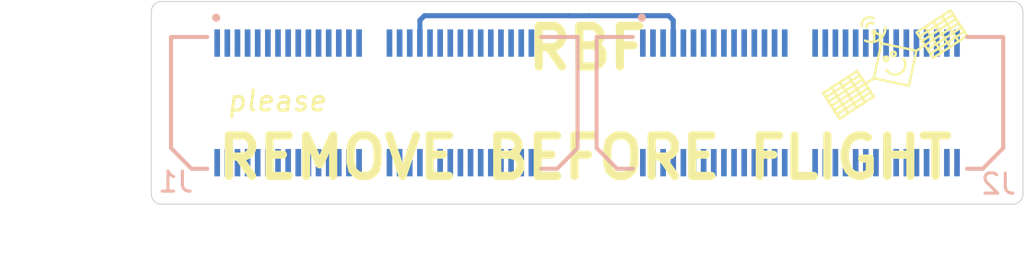
<source format=kicad_pcb>
(kicad_pcb (version 20171130) (host pcbnew "(5.1.9)-1")

  (general
    (thickness 1.6)
    (drawings 65)
    (tracks 6)
    (zones 0)
    (modules 3)
    (nets 117)
  )

  (page A4)
  (layers
    (0 F.Cu signal)
    (31 B.Cu signal)
    (32 B.Adhes user)
    (33 F.Adhes user)
    (34 B.Paste user)
    (35 F.Paste user)
    (36 B.SilkS user)
    (37 F.SilkS user)
    (38 B.Mask user)
    (39 F.Mask user)
    (40 Dwgs.User user)
    (41 Cmts.User user)
    (42 Eco1.User user)
    (43 Eco2.User user)
    (44 Edge.Cuts user)
    (45 Margin user hide)
    (46 B.CrtYd user hide)
    (47 F.CrtYd user hide)
    (48 B.Fab user hide)
    (49 F.Fab user hide)
  )

  (setup
    (last_trace_width 0.25)
    (user_trace_width 0.5)
    (trace_clearance 0.2)
    (zone_clearance 0.508)
    (zone_45_only no)
    (trace_min 0.2)
    (via_size 0.8)
    (via_drill 0.4)
    (via_min_size 0.4)
    (via_min_drill 0.2)
    (user_via 0.5 0.2)
    (uvia_size 0.3)
    (uvia_drill 0.1)
    (uvias_allowed no)
    (uvia_min_size 0.2)
    (uvia_min_drill 0.1)
    (edge_width 0.05)
    (segment_width 0.2)
    (pcb_text_width 0.3)
    (pcb_text_size 1.5 1.5)
    (mod_edge_width 0.12)
    (mod_text_size 1 1)
    (mod_text_width 0.15)
    (pad_size 1.524 1.524)
    (pad_drill 0.762)
    (pad_to_mask_clearance 0)
    (aux_axis_origin 0 0)
    (visible_elements 7FFFFFFF)
    (pcbplotparams
      (layerselection 0x010f0_ffffffff)
      (usegerberextensions true)
      (usegerberattributes false)
      (usegerberadvancedattributes false)
      (creategerberjobfile true)
      (excludeedgelayer true)
      (linewidth 0.100000)
      (plotframeref false)
      (viasonmask false)
      (mode 1)
      (useauxorigin false)
      (hpglpennumber 1)
      (hpglpenspeed 20)
      (hpglpendiameter 15.000000)
      (psnegative false)
      (psa4output false)
      (plotreference true)
      (plotvalue true)
      (plotinvisibletext false)
      (padsonsilk false)
      (subtractmaskfromsilk false)
      (outputformat 1)
      (mirror false)
      (drillshape 0)
      (scaleselection 1)
      (outputdirectory "gerbers/"))
  )

  (net 0 "")
  (net 1 /H2-26)
  (net 2 /H2-25)
  (net 3 /H1-26)
  (net 4 /H1-25)
  (net 5 /H2-24)
  (net 6 /H2-23)
  (net 7 /H1-24)
  (net 8 /H1-23)
  (net 9 /H2-22)
  (net 10 /H2-21)
  (net 11 /H1-22)
  (net 12 /H1-21)
  (net 13 /H2-20)
  (net 14 /H2-19)
  (net 15 /H1-20)
  (net 16 /H1-19)
  (net 17 /H2-18)
  (net 18 /H2-17)
  (net 19 /H1-18)
  (net 20 /H1-17)
  (net 21 /H2-16)
  (net 22 /H2-15)
  (net 23 /H1-16)
  (net 24 /GND)
  (net 25 /H2-14)
  (net 26 /H2-13)
  (net 27 /H1-14)
  (net 28 /H1-13)
  (net 29 /H2-12)
  (net 30 /H2-11)
  (net 31 /H1-12)
  (net 32 /H1-11)
  (net 33 /H2-10)
  (net 34 /H2-9)
  (net 35 /H1-10)
  (net 36 /H1-9)
  (net 37 /H2-8)
  (net 38 /H2-7)
  (net 39 /H1-8)
  (net 40 /H1-7)
  (net 41 /H2-6)
  (net 42 /H2-5)
  (net 43 /H1-6)
  (net 44 /H1-5)
  (net 45 /H2-4)
  (net 46 /H2-3)
  (net 47 /H1-4)
  (net 48 /H1-3)
  (net 49 /H2-2)
  (net 50 /H2-1)
  (net 51 /H1-2)
  (net 52 /H1-1)
  (net 53 /+X_SOLAR_PWR)
  (net 54 /-Z_SOLAR_PWR)
  (net 55 /+X_SOLAR_RTN)
  (net 56 /-Z_SOLAR_RTN)
  (net 57 /+X_SOLAR_TLE)
  (net 58 /-Z_SOLAR_TLE)
  (net 59 /SEP2)
  (net 60 /SEP1)
  (net 61 /SEP4)
  (net 62 /SEP3)
  (net 63 /-X_SOLAR_PWR)
  (net 64 /+Y_SOLAR_PWR)
  (net 65 /-X_SOLAR_RTN)
  (net 66 /+Y_SOLAR_RTN)
  (net 67 /-X_SOLAR_TLE)
  (net 68 /+Y_SOLAR_TLE)
  (net 69 /H2-52)
  (net 70 /H2-51)
  (net 71 /H1-52)
  (net 72 /H1-51)
  (net 73 /H2-50)
  (net 74 /H2-49)
  (net 75 /USER_3)
  (net 76 /USER_2)
  (net 77 /USER_1)
  (net 78 /SELF_TEST)
  (net 79 /H2-46)
  (net 80 /H2-45)
  (net 81 /H1-46)
  (net 82 /H1-45)
  (net 83 /H2-44)
  (net 84 /H2-43)
  (net 85 /H1-44)
  (net 86 /H1-43)
  (net 87 /H2-42)
  (net 88 /H2-41)
  (net 89 /H1-42)
  (net 90 /H1-41)
  (net 91 /H2-40)
  (net 92 /H2-39)
  (net 93 /H1-40)
  (net 94 /H1-39)
  (net 95 /H2-38)
  (net 96 /H2-37)
  (net 97 /H1-38)
  (net 98 /H1-37)
  (net 99 /H2-36)
  (net 100 /H2-35)
  (net 101 /H1-36)
  (net 102 /H1-35)
  (net 103 /H2-34)
  (net 104 /H2-33)
  (net 105 /H1-34)
  (net 106 /H1-33)
  (net 107 /AGND)
  (net 108 /5V_USB)
  (net 109 /H1-31)
  (net 110 /H1-30)
  (net 111 /BUS_RESET)
  (net 112 /H2-28)
  (net 113 /H2-27)
  (net 114 /H1-28)
  (net 115 /H1-27)
  (net 116 /RBF)

  (net_class Default "This is the default net class."
    (clearance 0.2)
    (trace_width 0.25)
    (via_dia 0.8)
    (via_drill 0.4)
    (uvia_dia 0.3)
    (uvia_drill 0.1)
    (add_net /+X_SOLAR_PWR)
    (add_net /+X_SOLAR_RTN)
    (add_net /+X_SOLAR_TLE)
    (add_net /+Y_SOLAR_PWR)
    (add_net /+Y_SOLAR_RTN)
    (add_net /+Y_SOLAR_TLE)
    (add_net /-X_SOLAR_PWR)
    (add_net /-X_SOLAR_RTN)
    (add_net /-X_SOLAR_TLE)
    (add_net /-Z_SOLAR_PWR)
    (add_net /-Z_SOLAR_RTN)
    (add_net /-Z_SOLAR_TLE)
    (add_net /5V_USB)
    (add_net /AGND)
    (add_net /BUS_RESET)
    (add_net /GND)
    (add_net /H1-1)
    (add_net /H1-10)
    (add_net /H1-11)
    (add_net /H1-12)
    (add_net /H1-13)
    (add_net /H1-14)
    (add_net /H1-16)
    (add_net /H1-17)
    (add_net /H1-18)
    (add_net /H1-19)
    (add_net /H1-2)
    (add_net /H1-20)
    (add_net /H1-21)
    (add_net /H1-22)
    (add_net /H1-23)
    (add_net /H1-24)
    (add_net /H1-25)
    (add_net /H1-26)
    (add_net /H1-27)
    (add_net /H1-28)
    (add_net /H1-3)
    (add_net /H1-30)
    (add_net /H1-31)
    (add_net /H1-33)
    (add_net /H1-34)
    (add_net /H1-35)
    (add_net /H1-36)
    (add_net /H1-37)
    (add_net /H1-38)
    (add_net /H1-39)
    (add_net /H1-4)
    (add_net /H1-40)
    (add_net /H1-41)
    (add_net /H1-42)
    (add_net /H1-43)
    (add_net /H1-44)
    (add_net /H1-45)
    (add_net /H1-46)
    (add_net /H1-5)
    (add_net /H1-51)
    (add_net /H1-52)
    (add_net /H1-6)
    (add_net /H1-7)
    (add_net /H1-8)
    (add_net /H1-9)
    (add_net /H2-1)
    (add_net /H2-10)
    (add_net /H2-11)
    (add_net /H2-12)
    (add_net /H2-13)
    (add_net /H2-14)
    (add_net /H2-15)
    (add_net /H2-16)
    (add_net /H2-17)
    (add_net /H2-18)
    (add_net /H2-19)
    (add_net /H2-2)
    (add_net /H2-20)
    (add_net /H2-21)
    (add_net /H2-22)
    (add_net /H2-23)
    (add_net /H2-24)
    (add_net /H2-25)
    (add_net /H2-26)
    (add_net /H2-27)
    (add_net /H2-28)
    (add_net /H2-3)
    (add_net /H2-33)
    (add_net /H2-34)
    (add_net /H2-35)
    (add_net /H2-36)
    (add_net /H2-37)
    (add_net /H2-38)
    (add_net /H2-39)
    (add_net /H2-4)
    (add_net /H2-40)
    (add_net /H2-41)
    (add_net /H2-42)
    (add_net /H2-43)
    (add_net /H2-44)
    (add_net /H2-45)
    (add_net /H2-46)
    (add_net /H2-49)
    (add_net /H2-5)
    (add_net /H2-50)
    (add_net /H2-51)
    (add_net /H2-52)
    (add_net /H2-6)
    (add_net /H2-7)
    (add_net /H2-8)
    (add_net /H2-9)
    (add_net /RBF)
    (add_net /SELF_TEST)
    (add_net /SEP1)
    (add_net /SEP2)
    (add_net /SEP3)
    (add_net /SEP4)
    (add_net /USER_1)
    (add_net /USER_2)
    (add_net /USER_3)
  )

  (module backplane-rbf:SAMTEC_LSH-030-01-X-D-A-TR (layer B.Cu) (tedit 61BD6C6A) (tstamp 61BF5095)
    (at 146 95)
    (path /61E5281C)
    (fp_text reference J2 (at 9.8 4) (layer B.SilkS)
      (effects (font (size 1 1) (thickness 0.15)) (justify mirror))
    )
    (fp_text value "Breakout Connector" (at 6.23 -5.365) (layer B.Fab) hide
      (effects (font (size 1 1) (thickness 0.15)) (justify mirror))
    )
    (fp_circle (center -7.8 -4.2) (end -7.7 -4.2) (layer B.SilkS) (width 0.2))
    (fp_circle (center -7.8 -4.2) (end -7.7 -4.2) (layer B.Fab) (width 0.2))
    (fp_line (start -10.28 -3.875) (end -10.28 3.875) (layer B.CrtYd) (width 0.05))
    (fp_line (start 10.28 -3.875) (end -10.28 -3.875) (layer B.CrtYd) (width 0.05))
    (fp_line (start 10.28 3.875) (end 10.28 -3.875) (layer B.CrtYd) (width 0.05))
    (fp_line (start -10.28 3.875) (end 10.28 3.875) (layer B.CrtYd) (width 0.05))
    (fp_line (start 10.03 -3.25) (end 8.24 -3.25) (layer B.SilkS) (width 0.2))
    (fp_line (start 10.03 2.23) (end 10.03 -3.25) (layer B.SilkS) (width 0.2))
    (fp_line (start 9.02 3.25) (end 10.03 2.23) (layer B.SilkS) (width 0.2))
    (fp_line (start 8.24 3.25) (end 9.02 3.25) (layer B.SilkS) (width 0.2))
    (fp_line (start -9.02 3.25) (end -8.24 3.25) (layer B.SilkS) (width 0.2))
    (fp_line (start -10.03 2.23) (end -9.02 3.25) (layer B.SilkS) (width 0.2))
    (fp_line (start -10.03 -3.25) (end -10.03 2.23) (layer B.SilkS) (width 0.2))
    (fp_line (start -10.03 -3.25) (end -8.24 -3.25) (layer B.SilkS) (width 0.2))
    (fp_line (start -10.03 -3.25) (end -10.03 2.23) (layer B.Fab) (width 0.1))
    (fp_line (start 10.03 -3.25) (end -10.03 -3.25) (layer B.Fab) (width 0.1))
    (fp_line (start 10.03 2.23) (end 10.03 -3.25) (layer B.Fab) (width 0.1))
    (fp_line (start 9.02 3.25) (end 10.03 2.23) (layer B.Fab) (width 0.1))
    (fp_line (start -9.02 3.25) (end 9.02 3.25) (layer B.Fab) (width 0.1))
    (fp_line (start -10.03 2.23) (end -9.02 3.25) (layer B.Fab) (width 0.1))
    (fp_poly (pts (xy -8.39 1.89) (xy 8.39 1.89) (xy 8.39 -1.89) (xy -8.39 -1.89)) (layer Dwgs.User) (width 0.01))
    (fp_poly (pts (xy -8.39 1.89) (xy 8.39 1.89) (xy 8.39 -1.89) (xy -8.39 -1.89)) (layer Dwgs.User) (width 0.01))
    (pad None np_thru_hole circle (at 8.955 0) (size 0.89 0.89) (drill 0.89) (layers *.Cu *.Mask))
    (pad None np_thru_hole circle (at -8.955 0) (size 0.89 0.89) (drill 0.89) (layers *.Cu *.Mask))
    (pad 60 smd rect (at 7.75 2.95) (size 0.28 1.35) (layers B.Cu B.Paste B.Mask)
      (net 61 /SEP4))
    (pad 59 smd rect (at 7.75 -2.95) (size 0.28 1.35) (layers B.Cu B.Paste B.Mask)
      (net 62 /SEP3))
    (pad 58 smd rect (at 7.25 2.95) (size 0.28 1.35) (layers B.Cu B.Paste B.Mask)
      (net 63 /-X_SOLAR_PWR))
    (pad 57 smd rect (at 7.25 -2.95) (size 0.28 1.35) (layers B.Cu B.Paste B.Mask)
      (net 64 /+Y_SOLAR_PWR))
    (pad 56 smd rect (at 6.75 2.95) (size 0.28 1.35) (layers B.Cu B.Paste B.Mask)
      (net 65 /-X_SOLAR_RTN))
    (pad 55 smd rect (at 6.75 -2.95) (size 0.28 1.35) (layers B.Cu B.Paste B.Mask)
      (net 66 /+Y_SOLAR_RTN))
    (pad 54 smd rect (at 6.25 2.95) (size 0.28 1.35) (layers B.Cu B.Paste B.Mask)
      (net 67 /-X_SOLAR_TLE))
    (pad 53 smd rect (at 6.25 -2.95) (size 0.28 1.35) (layers B.Cu B.Paste B.Mask)
      (net 68 /+Y_SOLAR_TLE))
    (pad 52 smd rect (at 5.75 2.95) (size 0.28 1.35) (layers B.Cu B.Paste B.Mask)
      (net 69 /H2-52))
    (pad 51 smd rect (at 5.75 -2.95) (size 0.28 1.35) (layers B.Cu B.Paste B.Mask)
      (net 70 /H2-51))
    (pad 50 smd rect (at 5.25 2.95) (size 0.28 1.35) (layers B.Cu B.Paste B.Mask)
      (net 71 /H1-52))
    (pad 49 smd rect (at 5.25 -2.95) (size 0.28 1.35) (layers B.Cu B.Paste B.Mask)
      (net 72 /H1-51))
    (pad 48 smd rect (at 4.75 2.95) (size 0.28 1.35) (layers B.Cu B.Paste B.Mask)
      (net 73 /H2-50))
    (pad 47 smd rect (at 4.75 -2.95) (size 0.28 1.35) (layers B.Cu B.Paste B.Mask)
      (net 74 /H2-49))
    (pad 46 smd rect (at 4.25 2.95) (size 0.28 1.35) (layers B.Cu B.Paste B.Mask)
      (net 75 /USER_3))
    (pad 45 smd rect (at 4.25 -2.95) (size 0.28 1.35) (layers B.Cu B.Paste B.Mask)
      (net 76 /USER_2))
    (pad 44 smd rect (at 3.75 2.95) (size 0.28 1.35) (layers B.Cu B.Paste B.Mask)
      (net 24 /GND))
    (pad 43 smd rect (at 3.75 -2.95) (size 0.28 1.35) (layers B.Cu B.Paste B.Mask)
      (net 24 /GND))
    (pad 42 smd rect (at 3.25 2.95) (size 0.28 1.35) (layers B.Cu B.Paste B.Mask)
      (net 77 /USER_1))
    (pad 41 smd rect (at 3.25 -2.95) (size 0.28 1.35) (layers B.Cu B.Paste B.Mask)
      (net 78 /SELF_TEST))
    (pad 40 smd rect (at 2.75 2.95) (size 0.28 1.35) (layers B.Cu B.Paste B.Mask)
      (net 79 /H2-46))
    (pad 39 smd rect (at 2.75 -2.95) (size 0.28 1.35) (layers B.Cu B.Paste B.Mask)
      (net 80 /H2-45))
    (pad 38 smd rect (at 2.25 2.95) (size 0.28 1.35) (layers B.Cu B.Paste B.Mask)
      (net 81 /H1-46))
    (pad 37 smd rect (at 2.25 -2.95) (size 0.28 1.35) (layers B.Cu B.Paste B.Mask)
      (net 82 /H1-45))
    (pad 36 smd rect (at 1.75 2.95) (size 0.28 1.35) (layers B.Cu B.Paste B.Mask)
      (net 83 /H2-44))
    (pad 35 smd rect (at 1.75 -2.95) (size 0.28 1.35) (layers B.Cu B.Paste B.Mask)
      (net 84 /H2-43))
    (pad 34 smd rect (at 1.25 2.95) (size 0.28 1.35) (layers B.Cu B.Paste B.Mask)
      (net 85 /H1-44))
    (pad 33 smd rect (at 1.25 -2.95) (size 0.28 1.35) (layers B.Cu B.Paste B.Mask)
      (net 86 /H1-43))
    (pad 32 smd rect (at 0.75 2.95) (size 0.28 1.35) (layers B.Cu B.Paste B.Mask)
      (net 87 /H2-42))
    (pad 31 smd rect (at 0.75 -2.95) (size 0.28 1.35) (layers B.Cu B.Paste B.Mask)
      (net 88 /H2-41))
    (pad 30 smd rect (at -0.75 2.95) (size 0.28 1.35) (layers B.Cu B.Paste B.Mask)
      (net 89 /H1-42))
    (pad 29 smd rect (at -0.75 -2.95) (size 0.28 1.35) (layers B.Cu B.Paste B.Mask)
      (net 90 /H1-41))
    (pad 28 smd rect (at -1.25 2.95) (size 0.28 1.35) (layers B.Cu B.Paste B.Mask)
      (net 91 /H2-40))
    (pad 27 smd rect (at -1.25 -2.95) (size 0.28 1.35) (layers B.Cu B.Paste B.Mask)
      (net 92 /H2-39))
    (pad 26 smd rect (at -1.75 2.95) (size 0.28 1.35) (layers B.Cu B.Paste B.Mask)
      (net 93 /H1-40))
    (pad 25 smd rect (at -1.75 -2.95) (size 0.28 1.35) (layers B.Cu B.Paste B.Mask)
      (net 94 /H1-39))
    (pad 24 smd rect (at -2.25 2.95) (size 0.28 1.35) (layers B.Cu B.Paste B.Mask)
      (net 95 /H2-38))
    (pad 23 smd rect (at -2.25 -2.95) (size 0.28 1.35) (layers B.Cu B.Paste B.Mask)
      (net 96 /H2-37))
    (pad 22 smd rect (at -2.75 2.95) (size 0.28 1.35) (layers B.Cu B.Paste B.Mask)
      (net 97 /H1-38))
    (pad 21 smd rect (at -2.75 -2.95) (size 0.28 1.35) (layers B.Cu B.Paste B.Mask)
      (net 98 /H1-37))
    (pad 20 smd rect (at -3.25 2.95) (size 0.28 1.35) (layers B.Cu B.Paste B.Mask)
      (net 99 /H2-36))
    (pad 19 smd rect (at -3.25 -2.95) (size 0.28 1.35) (layers B.Cu B.Paste B.Mask)
      (net 100 /H2-35))
    (pad 18 smd rect (at -3.75 2.95) (size 0.28 1.35) (layers B.Cu B.Paste B.Mask)
      (net 101 /H1-36))
    (pad 17 smd rect (at -3.75 -2.95) (size 0.28 1.35) (layers B.Cu B.Paste B.Mask)
      (net 102 /H1-35))
    (pad 16 smd rect (at -4.25 2.95) (size 0.28 1.35) (layers B.Cu B.Paste B.Mask)
      (net 103 /H2-34))
    (pad 15 smd rect (at -4.25 -2.95) (size 0.28 1.35) (layers B.Cu B.Paste B.Mask)
      (net 104 /H2-33))
    (pad 14 smd rect (at -4.75 2.95) (size 0.28 1.35) (layers B.Cu B.Paste B.Mask)
      (net 105 /H1-34))
    (pad 13 smd rect (at -4.75 -2.95) (size 0.28 1.35) (layers B.Cu B.Paste B.Mask)
      (net 106 /H1-33))
    (pad 12 smd rect (at -5.25 2.95) (size 0.28 1.35) (layers B.Cu B.Paste B.Mask)
      (net 24 /GND))
    (pad 11 smd rect (at -5.25 -2.95) (size 0.28 1.35) (layers B.Cu B.Paste B.Mask)
      (net 107 /AGND))
    (pad 10 smd rect (at -5.75 2.95) (size 0.28 1.35) (layers B.Cu B.Paste B.Mask)
      (net 108 /5V_USB))
    (pad 9 smd rect (at -5.75 -2.95) (size 0.28 1.35) (layers B.Cu B.Paste B.Mask)
      (net 109 /H1-31))
    (pad 8 smd rect (at -6.25 2.95) (size 0.28 1.35) (layers B.Cu B.Paste B.Mask)
      (net 24 /GND))
    (pad 7 smd rect (at -6.25 -2.95) (size 0.28 1.35) (layers B.Cu B.Paste B.Mask)
      (net 24 /GND))
    (pad 6 smd rect (at -6.75 2.95) (size 0.28 1.35) (layers B.Cu B.Paste B.Mask)
      (net 110 /H1-30))
    (pad 5 smd rect (at -6.75 -2.95) (size 0.28 1.35) (layers B.Cu B.Paste B.Mask)
      (net 111 /BUS_RESET))
    (pad 4 smd rect (at -7.25 2.95) (size 0.28 1.35) (layers B.Cu B.Paste B.Mask)
      (net 112 /H2-28))
    (pad 3 smd rect (at -7.25 -2.95) (size 0.28 1.35) (layers B.Cu B.Paste B.Mask)
      (net 113 /H2-27))
    (pad 2 smd rect (at -7.75 2.95) (size 0.28 1.35) (layers B.Cu B.Paste B.Mask)
      (net 114 /H1-28))
    (pad 1 smd rect (at -7.75 -2.95) (size 0.28 1.35) (layers B.Cu B.Paste B.Mask)
      (net 115 /H1-27))
    (model ${KIPRJMOD}/lib-footprints/CubeSat_Backplane.pretty/LSH-030-01-X-D-A-TR.step
      (offset (xyz 0 0 1.9))
      (scale (xyz 1 1 1))
      (rotate (xyz -90 0 0))
    )
  )

  (module backplane-rbf:NetTie-2_SMD_Pad0.25mm (layer B.Cu) (tedit 61BF51A4) (tstamp 61BF6A95)
    (at 135.1 90.7)
    (descr "Net tie, 2 pin, 0.5mm square SMD pads")
    (tags "net tie")
    (path /61C3B022)
    (attr virtual)
    (fp_text reference NT1 (at 0 1.2) (layer B.SilkS) hide
      (effects (font (size 1 1) (thickness 0.15)) (justify mirror))
    )
    (fp_text value Net-Tie_2 (at 0 -1.2) (layer B.Fab) hide
      (effects (font (size 1 1) (thickness 0.15)) (justify mirror))
    )
    (fp_line (start -1 0.5) (end -1 -0.5) (layer B.CrtYd) (width 0.05))
    (fp_line (start -1 -0.5) (end 1 -0.5) (layer B.CrtYd) (width 0.05))
    (fp_line (start 1 -0.5) (end 1 0.5) (layer B.CrtYd) (width 0.05))
    (fp_line (start 1 0.5) (end -1 0.5) (layer B.CrtYd) (width 0.05))
    (fp_poly (pts (xy -0.50038 0.125) (xy 0.5 0.125) (xy 0.5 -0.125) (xy -0.50038 -0.125)) (layer B.Cu) (width 0))
    (pad 2 smd circle (at 0.5 0) (size 0.25 0.25) (layers B.Cu)
      (net 24 /GND))
    (pad 1 smd circle (at -0.5 0) (size 0.25 0.25) (layers B.Cu)
      (net 116 /RBF))
  )

  (module backplane-rbf:SAMTEC_LSH-030-01-X-D-A-TR (layer B.Cu) (tedit 61BD6C6A) (tstamp 61BF503D)
    (at 125 95)
    (path /61E52913)
    (fp_text reference J1 (at -9.8 3.9) (layer B.SilkS)
      (effects (font (size 1 1) (thickness 0.15)) (justify mirror))
    )
    (fp_text value "Breakout Connector" (at 6.23 -5.365) (layer B.Fab) hide
      (effects (font (size 1 1) (thickness 0.15)) (justify mirror))
    )
    (fp_circle (center -7.8 -4.2) (end -7.7 -4.2) (layer B.SilkS) (width 0.2))
    (fp_circle (center -7.8 -4.2) (end -7.7 -4.2) (layer B.Fab) (width 0.2))
    (fp_line (start -10.28 -3.875) (end -10.28 3.875) (layer B.CrtYd) (width 0.05))
    (fp_line (start 10.28 -3.875) (end -10.28 -3.875) (layer B.CrtYd) (width 0.05))
    (fp_line (start 10.28 3.875) (end 10.28 -3.875) (layer B.CrtYd) (width 0.05))
    (fp_line (start -10.28 3.875) (end 10.28 3.875) (layer B.CrtYd) (width 0.05))
    (fp_line (start 10.03 -3.25) (end 8.24 -3.25) (layer B.SilkS) (width 0.2))
    (fp_line (start 10.03 2.23) (end 10.03 -3.25) (layer B.SilkS) (width 0.2))
    (fp_line (start 9.02 3.25) (end 10.03 2.23) (layer B.SilkS) (width 0.2))
    (fp_line (start 8.24 3.25) (end 9.02 3.25) (layer B.SilkS) (width 0.2))
    (fp_line (start -9.02 3.25) (end -8.24 3.25) (layer B.SilkS) (width 0.2))
    (fp_line (start -10.03 2.23) (end -9.02 3.25) (layer B.SilkS) (width 0.2))
    (fp_line (start -10.03 -3.25) (end -10.03 2.23) (layer B.SilkS) (width 0.2))
    (fp_line (start -10.03 -3.25) (end -8.24 -3.25) (layer B.SilkS) (width 0.2))
    (fp_line (start -10.03 -3.25) (end -10.03 2.23) (layer B.Fab) (width 0.1))
    (fp_line (start 10.03 -3.25) (end -10.03 -3.25) (layer B.Fab) (width 0.1))
    (fp_line (start 10.03 2.23) (end 10.03 -3.25) (layer B.Fab) (width 0.1))
    (fp_line (start 9.02 3.25) (end 10.03 2.23) (layer B.Fab) (width 0.1))
    (fp_line (start -9.02 3.25) (end 9.02 3.25) (layer B.Fab) (width 0.1))
    (fp_line (start -10.03 2.23) (end -9.02 3.25) (layer B.Fab) (width 0.1))
    (fp_poly (pts (xy -8.39 1.89) (xy 8.39 1.89) (xy 8.39 -1.89) (xy -8.39 -1.89)) (layer Dwgs.User) (width 0.01))
    (fp_poly (pts (xy -8.39 1.89) (xy 8.39 1.89) (xy 8.39 -1.89) (xy -8.39 -1.89)) (layer Dwgs.User) (width 0.01))
    (pad None np_thru_hole circle (at 8.955 0) (size 0.89 0.89) (drill 0.89) (layers *.Cu *.Mask))
    (pad None np_thru_hole circle (at -8.955 0) (size 0.89 0.89) (drill 0.89) (layers *.Cu *.Mask))
    (pad 60 smd rect (at 7.75 2.95) (size 0.28 1.35) (layers B.Cu B.Paste B.Mask)
      (net 1 /H2-26))
    (pad 59 smd rect (at 7.75 -2.95) (size 0.28 1.35) (layers B.Cu B.Paste B.Mask)
      (net 2 /H2-25))
    (pad 58 smd rect (at 7.25 2.95) (size 0.28 1.35) (layers B.Cu B.Paste B.Mask)
      (net 3 /H1-26))
    (pad 57 smd rect (at 7.25 -2.95) (size 0.28 1.35) (layers B.Cu B.Paste B.Mask)
      (net 4 /H1-25))
    (pad 56 smd rect (at 6.75 2.95) (size 0.28 1.35) (layers B.Cu B.Paste B.Mask)
      (net 5 /H2-24))
    (pad 55 smd rect (at 6.75 -2.95) (size 0.28 1.35) (layers B.Cu B.Paste B.Mask)
      (net 6 /H2-23))
    (pad 54 smd rect (at 6.25 2.95) (size 0.28 1.35) (layers B.Cu B.Paste B.Mask)
      (net 7 /H1-24))
    (pad 53 smd rect (at 6.25 -2.95) (size 0.28 1.35) (layers B.Cu B.Paste B.Mask)
      (net 8 /H1-23))
    (pad 52 smd rect (at 5.75 2.95) (size 0.28 1.35) (layers B.Cu B.Paste B.Mask)
      (net 9 /H2-22))
    (pad 51 smd rect (at 5.75 -2.95) (size 0.28 1.35) (layers B.Cu B.Paste B.Mask)
      (net 10 /H2-21))
    (pad 50 smd rect (at 5.25 2.95) (size 0.28 1.35) (layers B.Cu B.Paste B.Mask)
      (net 11 /H1-22))
    (pad 49 smd rect (at 5.25 -2.95) (size 0.28 1.35) (layers B.Cu B.Paste B.Mask)
      (net 12 /H1-21))
    (pad 48 smd rect (at 4.75 2.95) (size 0.28 1.35) (layers B.Cu B.Paste B.Mask)
      (net 13 /H2-20))
    (pad 47 smd rect (at 4.75 -2.95) (size 0.28 1.35) (layers B.Cu B.Paste B.Mask)
      (net 14 /H2-19))
    (pad 46 smd rect (at 4.25 2.95) (size 0.28 1.35) (layers B.Cu B.Paste B.Mask)
      (net 15 /H1-20))
    (pad 45 smd rect (at 4.25 -2.95) (size 0.28 1.35) (layers B.Cu B.Paste B.Mask)
      (net 16 /H1-19))
    (pad 44 smd rect (at 3.75 2.95) (size 0.28 1.35) (layers B.Cu B.Paste B.Mask)
      (net 17 /H2-18))
    (pad 43 smd rect (at 3.75 -2.95) (size 0.28 1.35) (layers B.Cu B.Paste B.Mask)
      (net 18 /H2-17))
    (pad 42 smd rect (at 3.25 2.95) (size 0.28 1.35) (layers B.Cu B.Paste B.Mask)
      (net 19 /H1-18))
    (pad 41 smd rect (at 3.25 -2.95) (size 0.28 1.35) (layers B.Cu B.Paste B.Mask)
      (net 20 /H1-17))
    (pad 40 smd rect (at 2.75 2.95) (size 0.28 1.35) (layers B.Cu B.Paste B.Mask)
      (net 21 /H2-16))
    (pad 39 smd rect (at 2.75 -2.95) (size 0.28 1.35) (layers B.Cu B.Paste B.Mask)
      (net 22 /H2-15))
    (pad 38 smd rect (at 2.25 2.95) (size 0.28 1.35) (layers B.Cu B.Paste B.Mask)
      (net 23 /H1-16))
    (pad 37 smd rect (at 2.25 -2.95) (size 0.28 1.35) (layers B.Cu B.Paste B.Mask)
      (net 116 /RBF))
    (pad 36 smd rect (at 1.75 2.95) (size 0.28 1.35) (layers B.Cu B.Paste B.Mask)
      (net 25 /H2-14))
    (pad 35 smd rect (at 1.75 -2.95) (size 0.28 1.35) (layers B.Cu B.Paste B.Mask)
      (net 26 /H2-13))
    (pad 34 smd rect (at 1.25 2.95) (size 0.28 1.35) (layers B.Cu B.Paste B.Mask)
      (net 27 /H1-14))
    (pad 33 smd rect (at 1.25 -2.95) (size 0.28 1.35) (layers B.Cu B.Paste B.Mask)
      (net 28 /H1-13))
    (pad 32 smd rect (at 0.75 2.95) (size 0.28 1.35) (layers B.Cu B.Paste B.Mask)
      (net 29 /H2-12))
    (pad 31 smd rect (at 0.75 -2.95) (size 0.28 1.35) (layers B.Cu B.Paste B.Mask)
      (net 30 /H2-11))
    (pad 30 smd rect (at -0.75 2.95) (size 0.28 1.35) (layers B.Cu B.Paste B.Mask)
      (net 31 /H1-12))
    (pad 29 smd rect (at -0.75 -2.95) (size 0.28 1.35) (layers B.Cu B.Paste B.Mask)
      (net 32 /H1-11))
    (pad 28 smd rect (at -1.25 2.95) (size 0.28 1.35) (layers B.Cu B.Paste B.Mask)
      (net 33 /H2-10))
    (pad 27 smd rect (at -1.25 -2.95) (size 0.28 1.35) (layers B.Cu B.Paste B.Mask)
      (net 34 /H2-9))
    (pad 26 smd rect (at -1.75 2.95) (size 0.28 1.35) (layers B.Cu B.Paste B.Mask)
      (net 35 /H1-10))
    (pad 25 smd rect (at -1.75 -2.95) (size 0.28 1.35) (layers B.Cu B.Paste B.Mask)
      (net 36 /H1-9))
    (pad 24 smd rect (at -2.25 2.95) (size 0.28 1.35) (layers B.Cu B.Paste B.Mask)
      (net 37 /H2-8))
    (pad 23 smd rect (at -2.25 -2.95) (size 0.28 1.35) (layers B.Cu B.Paste B.Mask)
      (net 38 /H2-7))
    (pad 22 smd rect (at -2.75 2.95) (size 0.28 1.35) (layers B.Cu B.Paste B.Mask)
      (net 39 /H1-8))
    (pad 21 smd rect (at -2.75 -2.95) (size 0.28 1.35) (layers B.Cu B.Paste B.Mask)
      (net 40 /H1-7))
    (pad 20 smd rect (at -3.25 2.95) (size 0.28 1.35) (layers B.Cu B.Paste B.Mask)
      (net 41 /H2-6))
    (pad 19 smd rect (at -3.25 -2.95) (size 0.28 1.35) (layers B.Cu B.Paste B.Mask)
      (net 42 /H2-5))
    (pad 18 smd rect (at -3.75 2.95) (size 0.28 1.35) (layers B.Cu B.Paste B.Mask)
      (net 43 /H1-6))
    (pad 17 smd rect (at -3.75 -2.95) (size 0.28 1.35) (layers B.Cu B.Paste B.Mask)
      (net 44 /H1-5))
    (pad 16 smd rect (at -4.25 2.95) (size 0.28 1.35) (layers B.Cu B.Paste B.Mask)
      (net 45 /H2-4))
    (pad 15 smd rect (at -4.25 -2.95) (size 0.28 1.35) (layers B.Cu B.Paste B.Mask)
      (net 46 /H2-3))
    (pad 14 smd rect (at -4.75 2.95) (size 0.28 1.35) (layers B.Cu B.Paste B.Mask)
      (net 47 /H1-4))
    (pad 13 smd rect (at -4.75 -2.95) (size 0.28 1.35) (layers B.Cu B.Paste B.Mask)
      (net 48 /H1-3))
    (pad 12 smd rect (at -5.25 2.95) (size 0.28 1.35) (layers B.Cu B.Paste B.Mask)
      (net 49 /H2-2))
    (pad 11 smd rect (at -5.25 -2.95) (size 0.28 1.35) (layers B.Cu B.Paste B.Mask)
      (net 50 /H2-1))
    (pad 10 smd rect (at -5.75 2.95) (size 0.28 1.35) (layers B.Cu B.Paste B.Mask)
      (net 51 /H1-2))
    (pad 9 smd rect (at -5.75 -2.95) (size 0.28 1.35) (layers B.Cu B.Paste B.Mask)
      (net 52 /H1-1))
    (pad 8 smd rect (at -6.25 2.95) (size 0.28 1.35) (layers B.Cu B.Paste B.Mask)
      (net 53 /+X_SOLAR_PWR))
    (pad 7 smd rect (at -6.25 -2.95) (size 0.28 1.35) (layers B.Cu B.Paste B.Mask)
      (net 54 /-Z_SOLAR_PWR))
    (pad 6 smd rect (at -6.75 2.95) (size 0.28 1.35) (layers B.Cu B.Paste B.Mask)
      (net 55 /+X_SOLAR_RTN))
    (pad 5 smd rect (at -6.75 -2.95) (size 0.28 1.35) (layers B.Cu B.Paste B.Mask)
      (net 56 /-Z_SOLAR_RTN))
    (pad 4 smd rect (at -7.25 2.95) (size 0.28 1.35) (layers B.Cu B.Paste B.Mask)
      (net 57 /+X_SOLAR_TLE))
    (pad 3 smd rect (at -7.25 -2.95) (size 0.28 1.35) (layers B.Cu B.Paste B.Mask)
      (net 58 /-Z_SOLAR_TLE))
    (pad 2 smd rect (at -7.75 2.95) (size 0.28 1.35) (layers B.Cu B.Paste B.Mask)
      (net 59 /SEP2))
    (pad 1 smd rect (at -7.75 -2.95) (size 0.28 1.35) (layers B.Cu B.Paste B.Mask)
      (net 60 /SEP1))
    (model ${KIPRJMOD}/lib-footprints/CubeSat_Backplane.pretty/LSH-030-01-X-D-A-TR.step
      (offset (xyz 0 0 1.9))
      (scale (xyz 1 1 1))
      (rotate (xyz -90 0 0))
    )
  )

  (gr_arc (start 149.430154 91.15766) (end 149.641993 90.841236) (angle -132.026374) (layer F.SilkS) (width 0.12))
  (gr_arc (start 149.498234 91.262494) (end 149.62512 91.090666) (angle -141.0090908) (layer F.SilkS) (width 0.12))
  (gr_circle (center 149.661626 91.514095) (end 149.702474 91.576995) (layer F.SilkS) (width 0.12) (tstamp 61BFD3DD))
  (gr_line (start 150.089149 91.713404) (end 149.661626 91.514095) (layer F.SilkS) (width 0.12) (tstamp 61BFD3D1))
  (gr_line (start 149.669814 91.985723) (end 149.661626 91.514095) (layer F.SilkS) (width 0.12))
  (gr_arc (start 149.525466 91.304427) (end 149.212887 91.924746) (angle -119.4871257) (layer F.SilkS) (width 0.12))
  (gr_line (start 150.015641 92.059231) (end 149.906713 91.891497) (layer F.SilkS) (width 0.12))
  (gr_circle (center 150.619521 92.585187) (end 150.662285 92.557416) (layer F.SilkS) (width 0.12) (tstamp 61BFCFC7))
  (gr_circle (center 150.250506 92.824828) (end 150.269351 92.872208) (layer F.SilkS) (width 0.12))
  (gr_arc (start 150.69644 93.107569) (end 150.277105 93.379889) (angle -180) (layer F.SilkS) (width 0.12))
  (gr_line (start 153.569135 90.645837) (end 151.891794 91.735116) (layer F.SilkS) (width 0.12) (tstamp 61BFCF5D))
  (gr_line (start 152.436433 92.573786) (end 152.300273 92.364118) (layer F.SilkS) (width 0.12) (tstamp 61BFCF5C))
  (gr_line (start 153.977614 91.27484) (end 153.841455 91.065173) (layer F.SilkS) (width 0.12) (tstamp 61BFCF5B))
  (gr_line (start 152.300273 92.364118) (end 153.977614 91.27484) (layer F.SilkS) (width 0.12) (tstamp 61BFCF5A))
  (gr_line (start 153.705295 90.855505) (end 153.569135 90.645837) (layer F.SilkS) (width 0.12) (tstamp 61BFCF59))
  (gr_line (start 152.027954 91.944783) (end 153.705295 90.855505) (layer F.SilkS) (width 0.12) (tstamp 61BFCF58))
  (gr_line (start 153.841455 91.065173) (end 152.164114 92.154451) (layer F.SilkS) (width 0.12) (tstamp 61BFCF57))
  (gr_line (start 152.17497 91.253128) (end 152.594305 90.980809) (layer F.SilkS) (width 0.12) (tstamp 61BFCF56))
  (gr_line (start 153.830599 91.966495) (end 153.01364 90.708489) (layer F.SilkS) (width 0.12) (tstamp 61BFCF55))
  (gr_line (start 153.411263 92.238815) (end 153.830599 91.966495) (layer F.SilkS) (width 0.12) (tstamp 61BFCF54))
  (gr_line (start 152.991928 92.511134) (end 152.17497 91.253128) (layer F.SilkS) (width 0.12) (tstamp 61BFCF53))
  (gr_line (start 152.594305 90.980809) (end 153.411263 92.238815) (layer F.SilkS) (width 0.12) (tstamp 61BFCF52))
  (gr_line (start 152.572593 92.783454) (end 154.249934 91.694176) (layer F.SilkS) (width 0.12) (tstamp 61BFCF51))
  (gr_line (start 152.164114 92.154451) (end 152.572593 92.783454) (layer F.SilkS) (width 0.12) (tstamp 61BFCF50))
  (gr_line (start 151.755634 91.525448) (end 152.164114 92.154451) (layer F.SilkS) (width 0.12) (tstamp 61BFCF4F))
  (gr_line (start 153.432975 90.43617) (end 151.755634 91.525448) (layer F.SilkS) (width 0.12) (tstamp 61BFCF4E))
  (gr_line (start 154.249934 91.694176) (end 153.432975 90.43617) (layer F.SilkS) (width 0.12) (tstamp 61BFCF4D))
  (gr_line (start 154.113774 91.484508) (end 152.436433 92.573786) (layer F.SilkS) (width 0.12) (tstamp 61BFCF4C))
  (gr_line (start 147.562281 94.248643) (end 148.37924 95.506649) (layer F.SilkS) (width 0.12))
  (gr_line (start 147.981617 93.976324) (end 147.562281 94.248643) (layer F.SilkS) (width 0.12))
  (gr_line (start 148.798575 95.234329) (end 147.981617 93.976324) (layer F.SilkS) (width 0.12))
  (gr_line (start 149.217911 94.96201) (end 148.798575 95.234329) (layer F.SilkS) (width 0.12))
  (gr_line (start 148.400952 93.704004) (end 149.217911 94.96201) (layer F.SilkS) (width 0.12))
  (gr_line (start 147.823745 95.569301) (end 149.501086 94.480023) (layer F.SilkS) (width 0.12))
  (gr_line (start 147.687585 95.359633) (end 147.823745 95.569301) (layer F.SilkS) (width 0.12))
  (gr_line (start 149.364926 94.270355) (end 147.687585 95.359633) (layer F.SilkS) (width 0.12))
  (gr_line (start 147.551425 95.149965) (end 149.228767 94.060687) (layer F.SilkS) (width 0.12) (tstamp 61BFCF4A))
  (gr_line (start 147.415266 94.940298) (end 147.551425 95.149965) (layer F.SilkS) (width 0.12))
  (gr_line (start 149.092607 93.85102) (end 147.415266 94.940298) (layer F.SilkS) (width 0.12))
  (gr_line (start 148.956447 93.641352) (end 149.092607 93.85102) (layer F.SilkS) (width 0.12))
  (gr_line (start 147.279106 94.73063) (end 148.956447 93.641352) (layer F.SilkS) (width 0.12))
  (gr_line (start 149.637246 94.68969) (end 149.228767 94.060687) (layer F.SilkS) (width 0.12) (tstamp 61BFCF3E))
  (gr_line (start 147.959905 95.778968) (end 149.637246 94.68969) (layer F.SilkS) (width 0.12))
  (gr_line (start 147.142946 94.520963) (end 147.959905 95.778968) (layer F.SilkS) (width 0.12))
  (gr_line (start 148.820287 93.431684) (end 147.142946 94.520963) (layer F.SilkS) (width 0.12))
  (gr_line (start 149.228767 94.060687) (end 148.820287 93.431684) (layer F.SilkS) (width 0.12))
  (gr_line (start 151.744778 92.42677) (end 152.164114 92.154451) (layer F.SilkS) (width 0.12) (tstamp 61BFCF3A))
  (gr_line (start 149.648102 93.788368) (end 149.228767 94.060687) (layer F.SilkS) (width 0.12))
  (gr_line (start 151.744778 92.42677) (end 151.377239 94.155907) (layer F.SilkS) (width 0.12) (tstamp 61BFCF33))
  (gr_line (start 151.744778 92.42677) (end 150.015641 92.059231) (layer F.SilkS) (width 0.12) (tstamp 61BFCF33))
  (gr_line (start 150.015641 92.059231) (end 149.648102 93.788368) (layer F.SilkS) (width 0.12) (tstamp 61BFCF33))
  (gr_line (start 151.377239 94.155907) (end 149.648102 93.788368) (layer F.SilkS) (width 0.12))
  (gr_arc (start 156.5 90.5) (end 157 90.5) (angle -90) (layer Edge.Cuts) (width 0.05) (tstamp 61BFCEF6))
  (gr_arc (start 156.5 99.5) (end 156.5 100) (angle -90) (layer Edge.Cuts) (width 0.05) (tstamp 61BFCEF6))
  (gr_arc (start 114.5 99.5) (end 114.5 100) (angle 90) (layer Edge.Cuts) (width 0.05) (tstamp 61BFCEF6))
  (gr_line (start 114.5 90) (end 156.5 90) (layer Edge.Cuts) (width 0.05) (tstamp 61BFCEF3))
  (gr_line (start 114 99.5) (end 114 90.5) (layer Edge.Cuts) (width 0.05) (tstamp 61BFCEF2))
  (gr_arc (start 114.5 90.5) (end 114.5 90) (angle -90) (layer Edge.Cuts) (width 0.05))
  (gr_text please (at 120.2 94.9) (layer F.SilkS)
    (effects (font (size 1 1) (thickness 0.15) italic))
  )
  (gr_text "REMOVE BEFORE FLIGHT" (at 135.4 97.7) (layer F.SilkS) (tstamp 61BFCCA2)
    (effects (font (size 2 2) (thickness 0.4)))
  )
  (gr_text RBF (at 135.5 92.3) (layer F.SilkS)
    (effects (font (size 2 2) (thickness 0.4)))
  )
  (dimension 43 (width 0.15) (layer Dwgs.User)
    (gr_text "43.000 mm" (at 135.5 103.25) (layer Dwgs.User)
      (effects (font (size 1 1) (thickness 0.15)))
    )
    (feature1 (pts (xy 157 100) (xy 157 102.536421)))
    (feature2 (pts (xy 114 100) (xy 114 102.536421)))
    (crossbar (pts (xy 114 101.95) (xy 157 101.95)))
    (arrow1a (pts (xy 157 101.95) (xy 155.873496 102.536421)))
    (arrow1b (pts (xy 157 101.95) (xy 155.873496 101.363579)))
    (arrow2a (pts (xy 114 101.95) (xy 115.126504 102.536421)))
    (arrow2b (pts (xy 114 101.95) (xy 115.126504 101.363579)))
  )
  (dimension 10 (width 0.15) (layer Dwgs.User)
    (gr_text "10.000 mm" (at 110.2 95 90) (layer Dwgs.User)
      (effects (font (size 1 1) (thickness 0.15)))
    )
    (feature1 (pts (xy 114 90) (xy 110.913579 90)))
    (feature2 (pts (xy 114 100) (xy 110.913579 100)))
    (crossbar (pts (xy 111.5 100) (xy 111.5 90)))
    (arrow1a (pts (xy 111.5 90) (xy 112.086421 91.126504)))
    (arrow1b (pts (xy 111.5 90) (xy 110.913579 91.126504)))
    (arrow2a (pts (xy 111.5 100) (xy 112.086421 98.873496)))
    (arrow2b (pts (xy 111.5 100) (xy 110.913579 98.873496)))
  )
  (gr_line (start 156.5 100) (end 114.5 100) (layer Edge.Cuts) (width 0.05) (tstamp 61BFC7D6))
  (gr_line (start 157 99.5) (end 157 90.5) (layer Edge.Cuts) (width 0.05) (tstamp 61BFC7D3))

  (segment (start 139.525 90.7) (end 135.6 90.7) (width 0.25) (layer B.Cu) (net 24))
  (segment (start 139.75 90.925) (end 139.525 90.7) (width 0.25) (layer B.Cu) (net 24))
  (segment (start 139.75 92.05) (end 139.75 90.925) (width 0.25) (layer B.Cu) (net 24))
  (segment (start 127.475 90.7) (end 134.6 90.7) (width 0.25) (layer B.Cu) (net 116))
  (segment (start 127.25 90.925) (end 127.475 90.7) (width 0.25) (layer B.Cu) (net 116))
  (segment (start 127.25 92.05) (end 127.25 90.925) (width 0.25) (layer B.Cu) (net 116))

)

</source>
